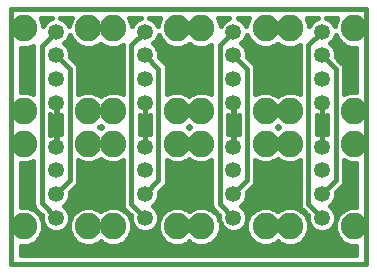
<source format=gbl>
G75*
%MOIN*%
%OFA0B0*%
%FSLAX24Y24*%
%IPPOS*%
%LPD*%
%AMOC8*
5,1,8,0,0,1.08239X$1,22.5*
%
%ADD10C,0.0160*%
%ADD11C,0.0531*%
%ADD12C,0.0886*%
D10*
X000180Y003432D02*
X011991Y003432D01*
X011991Y011936D01*
X000180Y011936D01*
X000180Y003432D01*
X000490Y003742D02*
X000490Y004049D01*
X000733Y004049D01*
X000969Y004147D01*
X001150Y004328D01*
X001248Y004564D01*
X001248Y004795D01*
X001281Y004716D01*
X001412Y004584D01*
X001583Y004514D01*
X001769Y004514D01*
X001940Y004584D01*
X002071Y004716D01*
X002104Y004795D01*
X002104Y004564D01*
X002202Y004328D01*
X002383Y004147D01*
X002619Y004049D01*
X002875Y004049D01*
X003111Y004147D01*
X003152Y004188D01*
X003194Y004147D01*
X003430Y004049D01*
X003686Y004049D01*
X003922Y004147D01*
X004103Y004328D01*
X004201Y004564D01*
X004201Y004795D01*
X004234Y004716D01*
X004365Y004584D01*
X004536Y004514D01*
X004721Y004514D01*
X004893Y004584D01*
X005024Y004716D01*
X005057Y004795D01*
X005057Y004564D01*
X005155Y004328D01*
X005336Y004147D01*
X005572Y004049D01*
X005828Y004049D01*
X006064Y004147D01*
X006105Y004188D01*
X006147Y004147D01*
X006383Y004049D01*
X006639Y004049D01*
X006875Y004147D01*
X007056Y004328D01*
X007154Y004564D01*
X007154Y004795D01*
X007187Y004716D01*
X007318Y004584D01*
X007489Y004514D01*
X007674Y004514D01*
X007845Y004584D01*
X007976Y004716D01*
X008010Y004795D01*
X008010Y004564D01*
X008107Y004328D01*
X008288Y004147D01*
X008525Y004049D01*
X008780Y004049D01*
X009017Y004147D01*
X009058Y004188D01*
X009099Y004147D01*
X009336Y004049D01*
X009591Y004049D01*
X009828Y004147D01*
X010008Y004328D01*
X010106Y004564D01*
X010106Y004795D01*
X010139Y004716D01*
X010271Y004584D01*
X010442Y004514D01*
X010627Y004514D01*
X010798Y004584D01*
X010929Y004716D01*
X010962Y004795D01*
X010962Y004564D01*
X011060Y004328D01*
X011241Y004147D01*
X011477Y004049D01*
X011681Y004049D01*
X011681Y003742D01*
X000490Y003742D01*
X000490Y003788D02*
X011681Y003788D01*
X011681Y003947D02*
X000490Y003947D01*
X000869Y004105D02*
X002483Y004105D01*
X002266Y004264D02*
X001086Y004264D01*
X001189Y004422D02*
X002163Y004422D01*
X002104Y004581D02*
X001931Y004581D01*
X002081Y004739D02*
X002104Y004739D01*
X002142Y004911D02*
X002142Y005072D01*
X002071Y005243D01*
X001941Y005373D01*
X002071Y005503D01*
X002142Y005674D01*
X002142Y005836D01*
X002366Y006061D01*
X002409Y006164D01*
X002409Y006892D01*
X002619Y006805D01*
X002875Y006805D01*
X003111Y006903D01*
X003152Y006944D01*
X003194Y006903D01*
X003430Y006805D01*
X003686Y006805D01*
X003896Y006892D01*
X003896Y005376D01*
X003939Y005273D01*
X004163Y005049D01*
X004163Y004911D01*
X004103Y005056D01*
X003922Y005237D01*
X003686Y005335D01*
X003430Y005335D01*
X003194Y005237D01*
X003152Y005196D01*
X003111Y005237D01*
X002875Y005335D01*
X002619Y005335D01*
X002383Y005237D01*
X002202Y005056D01*
X002142Y004911D01*
X002142Y005056D02*
X002202Y005056D01*
X002083Y005215D02*
X002361Y005215D01*
X002083Y005532D02*
X003896Y005532D01*
X003896Y005690D02*
X002142Y005690D01*
X002154Y005849D02*
X003896Y005849D01*
X003896Y006007D02*
X002313Y006007D01*
X002409Y006166D02*
X003896Y006166D01*
X003896Y006324D02*
X002409Y006324D01*
X002409Y006483D02*
X003896Y006483D01*
X003896Y006641D02*
X002409Y006641D01*
X002409Y006800D02*
X003896Y006800D01*
X004620Y007350D02*
X004620Y007787D01*
X004594Y007787D01*
X004524Y007776D01*
X004458Y007755D01*
X004456Y007754D01*
X004456Y008406D01*
X004458Y008405D01*
X004524Y008383D01*
X004594Y008372D01*
X004620Y008372D01*
X004620Y008809D01*
X004637Y008809D01*
X004637Y008372D01*
X004664Y008372D01*
X004733Y008383D01*
X004800Y008405D01*
X004802Y008406D01*
X004802Y007754D01*
X004800Y007755D01*
X004733Y007776D01*
X004664Y007787D01*
X004637Y007787D01*
X004637Y007350D01*
X004620Y007350D01*
X004629Y007342D02*
X004629Y008818D01*
X004620Y008702D02*
X004637Y008702D01*
X004620Y008543D02*
X004637Y008543D01*
X004620Y008385D02*
X004637Y008385D01*
X004739Y008385D02*
X004802Y008385D01*
X004802Y008226D02*
X004456Y008226D01*
X004456Y008068D02*
X004802Y008068D01*
X004802Y007909D02*
X004456Y007909D01*
X004620Y007751D02*
X004637Y007751D01*
X004620Y007592D02*
X004637Y007592D01*
X004620Y007434D02*
X004637Y007434D01*
X005362Y006892D02*
X005572Y006805D01*
X005828Y006805D01*
X006064Y006903D01*
X006105Y006944D01*
X006147Y006903D01*
X006383Y006805D01*
X006639Y006805D01*
X006849Y006892D01*
X006849Y005376D01*
X006891Y005273D01*
X006970Y005195D01*
X007116Y005049D01*
X007116Y004911D01*
X007056Y005056D01*
X006875Y005237D01*
X006639Y005335D01*
X006383Y005335D01*
X006147Y005237D01*
X006105Y005196D01*
X006064Y005237D01*
X005828Y005335D01*
X005572Y005335D01*
X005336Y005237D01*
X005155Y005056D01*
X005095Y004911D01*
X005095Y005072D01*
X005024Y005243D01*
X004894Y005373D01*
X005024Y005503D01*
X005095Y005674D01*
X005095Y005837D01*
X005240Y005982D01*
X005319Y006061D01*
X005362Y006164D01*
X005362Y006892D01*
X005362Y006800D02*
X006849Y006800D01*
X006849Y006641D02*
X005362Y006641D01*
X005362Y006483D02*
X006849Y006483D01*
X006849Y006324D02*
X005362Y006324D01*
X005362Y006166D02*
X006849Y006166D01*
X006849Y006007D02*
X005266Y006007D01*
X005107Y005849D02*
X006849Y005849D01*
X006849Y005690D02*
X005095Y005690D01*
X005036Y005532D02*
X006849Y005532D01*
X006850Y005373D02*
X004894Y005373D01*
X005035Y005215D02*
X005313Y005215D01*
X005155Y005056D02*
X005095Y005056D01*
X005057Y004739D02*
X005034Y004739D01*
X005057Y004581D02*
X004884Y004581D01*
X005115Y004422D02*
X004142Y004422D01*
X004201Y004581D02*
X004374Y004581D01*
X004224Y004739D02*
X004201Y004739D01*
X004156Y005056D02*
X004103Y005056D01*
X003997Y005215D02*
X003944Y005215D01*
X003897Y005373D02*
X001941Y005373D01*
X001676Y004979D02*
X001184Y005471D01*
X001184Y010688D01*
X001676Y011180D01*
X001248Y011364D02*
X001248Y011414D01*
X001160Y011626D01*
X001536Y011626D01*
X001412Y011575D01*
X001281Y011444D01*
X001248Y011364D01*
X001248Y011396D02*
X001262Y011396D01*
X001190Y011555D02*
X001392Y011555D01*
X001817Y011626D02*
X002192Y011626D01*
X002104Y011414D01*
X002104Y011364D01*
X002071Y011444D01*
X001940Y011575D01*
X001817Y011626D01*
X001960Y011555D02*
X002162Y011555D01*
X002104Y011396D02*
X002091Y011396D01*
X002138Y011077D02*
X002202Y010922D01*
X002383Y010741D01*
X002619Y010644D01*
X002875Y010644D01*
X003111Y010741D01*
X003152Y010783D01*
X003194Y010741D01*
X003430Y010644D01*
X003686Y010644D01*
X003896Y010731D01*
X003896Y009086D01*
X003686Y009173D01*
X003430Y009173D01*
X003194Y009076D01*
X003152Y009034D01*
X003111Y009076D01*
X002875Y009173D01*
X002619Y009173D01*
X002409Y009086D01*
X002409Y009996D01*
X002366Y010099D01*
X002287Y010177D01*
X002142Y010323D01*
X002142Y010485D01*
X002071Y010657D01*
X001941Y010786D01*
X002071Y010916D01*
X002138Y011077D01*
X002073Y010921D02*
X002203Y010921D01*
X002362Y010762D02*
X001965Y010762D01*
X002093Y010604D02*
X003896Y010604D01*
X003896Y010445D02*
X002142Y010445D01*
X002178Y010287D02*
X003896Y010287D01*
X003896Y010128D02*
X002336Y010128D01*
X002409Y009970D02*
X003896Y009970D01*
X003896Y009811D02*
X002409Y009811D01*
X002409Y009653D02*
X003896Y009653D01*
X003896Y009494D02*
X002409Y009494D01*
X002409Y009336D02*
X003896Y009336D01*
X003896Y009177D02*
X002409Y009177D01*
X001685Y008809D02*
X001685Y008372D01*
X001711Y008372D01*
X001780Y008383D01*
X001847Y008405D01*
X001849Y008406D01*
X001849Y007754D01*
X001847Y007755D01*
X001780Y007776D01*
X001711Y007787D01*
X001685Y007787D01*
X001685Y007350D01*
X001667Y007350D01*
X001667Y007787D01*
X001641Y007787D01*
X001572Y007776D01*
X001505Y007755D01*
X001464Y007734D01*
X001464Y008426D01*
X001505Y008405D01*
X001572Y008383D01*
X001641Y008372D01*
X001667Y008372D01*
X001667Y008809D01*
X001685Y008809D01*
X001676Y008818D02*
X001676Y007342D01*
X001667Y007434D02*
X001685Y007434D01*
X001685Y007592D02*
X001667Y007592D01*
X001667Y007751D02*
X001685Y007751D01*
X001498Y007751D02*
X001464Y007751D01*
X001464Y007909D02*
X001849Y007909D01*
X001849Y008068D02*
X001464Y008068D01*
X001464Y008226D02*
X001849Y008226D01*
X001849Y008385D02*
X001786Y008385D01*
X001685Y008385D02*
X001667Y008385D01*
X001566Y008385D02*
X001464Y008385D01*
X001667Y008543D02*
X001685Y008543D01*
X001685Y008702D02*
X001667Y008702D01*
X000904Y009103D02*
X000733Y009173D01*
X000490Y009173D01*
X000490Y010644D01*
X000733Y010644D01*
X000904Y010714D01*
X000904Y009103D01*
X000904Y009177D02*
X000490Y009177D01*
X000490Y009336D02*
X000904Y009336D01*
X000904Y009494D02*
X000490Y009494D01*
X000490Y009653D02*
X000904Y009653D01*
X000904Y009811D02*
X000490Y009811D01*
X000490Y009970D02*
X000904Y009970D01*
X000904Y010128D02*
X000490Y010128D01*
X000490Y010287D02*
X000904Y010287D01*
X000904Y010445D02*
X000490Y010445D01*
X000490Y010604D02*
X000904Y010604D01*
X001676Y010393D02*
X002129Y009940D01*
X002129Y006219D01*
X001676Y005767D01*
X001044Y005215D02*
X000991Y005215D01*
X000969Y005237D02*
X000733Y005335D01*
X000490Y005335D01*
X000490Y006805D01*
X000733Y006805D01*
X000904Y006876D01*
X000904Y005416D01*
X000947Y005313D01*
X001210Y005049D01*
X001210Y004911D01*
X001150Y005056D01*
X000969Y005237D01*
X000921Y005373D02*
X000490Y005373D01*
X000490Y005532D02*
X000904Y005532D01*
X000904Y005690D02*
X000490Y005690D01*
X000490Y005849D02*
X000904Y005849D01*
X000904Y006007D02*
X000490Y006007D01*
X000490Y006166D02*
X000904Y006166D01*
X000904Y006324D02*
X000490Y006324D01*
X000490Y006483D02*
X000904Y006483D01*
X000904Y006641D02*
X000490Y006641D01*
X000490Y006800D02*
X000904Y006800D01*
X001150Y005056D02*
X001203Y005056D01*
X001248Y004739D02*
X001271Y004739D01*
X001248Y004581D02*
X001421Y004581D01*
X003011Y004105D02*
X003294Y004105D01*
X003822Y004105D02*
X005436Y004105D01*
X005218Y004264D02*
X004039Y004264D01*
X004629Y004979D02*
X004176Y005432D01*
X004176Y010727D01*
X004629Y011180D01*
X005057Y011364D02*
X005024Y011444D01*
X004893Y011575D01*
X004769Y011626D01*
X005144Y011626D01*
X005057Y011414D01*
X005057Y011364D01*
X005057Y011396D02*
X005043Y011396D01*
X005115Y011555D02*
X004913Y011555D01*
X004488Y011626D02*
X004113Y011626D01*
X004201Y011414D01*
X004201Y011364D01*
X004234Y011444D01*
X004365Y011575D01*
X004488Y011626D01*
X004345Y011555D02*
X004143Y011555D01*
X004201Y011396D02*
X004214Y011396D01*
X004894Y010786D02*
X005024Y010916D01*
X005090Y011077D01*
X005155Y010922D01*
X005336Y010741D01*
X005572Y010644D01*
X005828Y010644D01*
X006064Y010741D01*
X006105Y010783D01*
X006147Y010741D01*
X006383Y010644D01*
X006639Y010644D01*
X006849Y010731D01*
X006849Y009086D01*
X006639Y009173D01*
X006383Y009173D01*
X006147Y009076D01*
X006105Y009034D01*
X006064Y009076D01*
X005828Y009173D01*
X005572Y009173D01*
X005362Y009086D01*
X005362Y009996D01*
X005319Y010099D01*
X005095Y010323D01*
X005095Y010485D01*
X005024Y010657D01*
X004894Y010786D01*
X004918Y010762D02*
X005314Y010762D01*
X005156Y010921D02*
X005026Y010921D01*
X005045Y010604D02*
X006849Y010604D01*
X006849Y010445D02*
X005095Y010445D01*
X005131Y010287D02*
X006849Y010287D01*
X006849Y010128D02*
X005289Y010128D01*
X005362Y009970D02*
X006849Y009970D01*
X006849Y009811D02*
X005362Y009811D01*
X005362Y009653D02*
X006849Y009653D01*
X006849Y009494D02*
X005362Y009494D01*
X005362Y009336D02*
X006849Y009336D01*
X006849Y009177D02*
X005362Y009177D01*
X005082Y009940D02*
X004629Y010393D01*
X005082Y009940D02*
X005082Y006219D01*
X004629Y005767D01*
X006086Y005215D02*
X006125Y005215D01*
X006897Y005215D02*
X006950Y005215D01*
X007129Y005432D02*
X007129Y010727D01*
X007582Y011180D01*
X008010Y011364D02*
X007976Y011444D01*
X007845Y011575D01*
X007722Y011626D01*
X008097Y011626D01*
X008010Y011414D01*
X008010Y011364D01*
X008010Y011396D02*
X007996Y011396D01*
X008068Y011555D02*
X007865Y011555D01*
X007441Y011626D02*
X007066Y011626D01*
X007154Y011414D01*
X007154Y011364D01*
X007187Y011444D01*
X007318Y011575D01*
X007441Y011626D01*
X007298Y011555D02*
X007095Y011555D01*
X007154Y011396D02*
X007167Y011396D01*
X007847Y010786D02*
X007976Y010916D01*
X008043Y011077D01*
X008107Y010922D01*
X008288Y010741D01*
X008525Y010644D01*
X008780Y010644D01*
X009017Y010741D01*
X009058Y010783D01*
X009099Y010741D01*
X009336Y010644D01*
X009591Y010644D01*
X009802Y010731D01*
X009802Y009086D01*
X009591Y009173D01*
X009336Y009173D01*
X009099Y009076D01*
X009058Y009034D01*
X009017Y009076D01*
X008780Y009173D01*
X008525Y009173D01*
X008314Y009086D01*
X008314Y009996D01*
X008272Y010099D01*
X008193Y010177D01*
X008047Y010323D01*
X008047Y010485D01*
X007976Y010657D01*
X007847Y010786D01*
X007870Y010762D02*
X008267Y010762D01*
X008109Y010921D02*
X007978Y010921D01*
X007998Y010604D02*
X009802Y010604D01*
X009802Y010445D02*
X008047Y010445D01*
X008083Y010287D02*
X009802Y010287D01*
X009802Y010128D02*
X008242Y010128D01*
X008314Y009970D02*
X009802Y009970D01*
X009802Y009811D02*
X008314Y009811D01*
X008314Y009653D02*
X009802Y009653D01*
X009802Y009494D02*
X008314Y009494D01*
X008314Y009336D02*
X009802Y009336D01*
X009802Y009177D02*
X008314Y009177D01*
X007590Y008809D02*
X007590Y008372D01*
X007617Y008372D01*
X007686Y008383D01*
X007753Y008405D01*
X007754Y008406D01*
X007754Y007754D01*
X007753Y007755D01*
X007686Y007776D01*
X007617Y007787D01*
X007590Y007787D01*
X007590Y007350D01*
X007573Y007350D01*
X007573Y007787D01*
X007546Y007787D01*
X007477Y007776D01*
X007410Y007755D01*
X007409Y007754D01*
X007409Y008406D01*
X007410Y008405D01*
X007477Y008383D01*
X007546Y008372D01*
X007573Y008372D01*
X007573Y008809D01*
X007590Y008809D01*
X007582Y008818D02*
X007582Y007342D01*
X007573Y007434D02*
X007590Y007434D01*
X007573Y007592D02*
X007590Y007592D01*
X007573Y007751D02*
X007590Y007751D01*
X007754Y007909D02*
X007409Y007909D01*
X007409Y008068D02*
X007754Y008068D01*
X007754Y008226D02*
X007409Y008226D01*
X007409Y008385D02*
X007472Y008385D01*
X007573Y008385D02*
X007590Y008385D01*
X007692Y008385D02*
X007754Y008385D01*
X007590Y008543D02*
X007573Y008543D01*
X007573Y008702D02*
X007590Y008702D01*
X008034Y009940D02*
X008034Y006219D01*
X007582Y005767D01*
X007988Y005532D02*
X009802Y005532D01*
X009802Y005376D02*
X009844Y005273D01*
X009923Y005195D01*
X010069Y005049D01*
X010069Y004911D01*
X010008Y005056D01*
X010061Y005056D01*
X010008Y005056D02*
X009828Y005237D01*
X009591Y005335D01*
X009336Y005335D01*
X009099Y005237D01*
X009058Y005196D01*
X009017Y005237D01*
X008780Y005335D01*
X008525Y005335D01*
X008288Y005237D01*
X008107Y005056D01*
X008047Y004911D01*
X008047Y005072D01*
X007976Y005243D01*
X007847Y005373D01*
X009803Y005373D01*
X009802Y005376D02*
X009802Y006892D01*
X009591Y006805D01*
X009336Y006805D01*
X009099Y006903D01*
X009058Y006944D01*
X009017Y006903D01*
X008780Y006805D01*
X008525Y006805D01*
X008314Y006892D01*
X008314Y006164D01*
X008272Y006061D01*
X008047Y005836D01*
X008047Y005674D01*
X007976Y005503D01*
X007847Y005373D01*
X007988Y005215D02*
X008266Y005215D01*
X008108Y005056D02*
X008047Y005056D01*
X008010Y004739D02*
X007986Y004739D01*
X008010Y004581D02*
X007837Y004581D01*
X008068Y004422D02*
X007095Y004422D01*
X007154Y004581D02*
X007326Y004581D01*
X007177Y004739D02*
X007154Y004739D01*
X007108Y005056D02*
X007055Y005056D01*
X007129Y005432D02*
X007582Y004979D01*
X008047Y005690D02*
X009802Y005690D01*
X009802Y005849D02*
X008060Y005849D01*
X008218Y006007D02*
X009802Y006007D01*
X009802Y006166D02*
X008314Y006166D01*
X008314Y006324D02*
X009802Y006324D01*
X009802Y006483D02*
X008314Y006483D01*
X008314Y006641D02*
X009802Y006641D01*
X009802Y006800D02*
X008314Y006800D01*
X009058Y007952D02*
X009020Y007989D01*
X009058Y008027D01*
X009096Y007989D01*
X009058Y007952D01*
X010362Y007909D02*
X010707Y007909D01*
X010639Y007776D02*
X010569Y007787D01*
X010543Y007787D01*
X010543Y007350D01*
X010526Y007350D01*
X010526Y007787D01*
X010499Y007787D01*
X010430Y007776D01*
X010363Y007755D01*
X010362Y007754D01*
X010362Y008406D01*
X010363Y008405D01*
X010430Y008383D01*
X010499Y008372D01*
X010526Y008372D01*
X010526Y008809D01*
X010543Y008809D01*
X010543Y008372D01*
X010569Y008372D01*
X010639Y008383D01*
X010705Y008405D01*
X010707Y008406D01*
X010707Y007754D01*
X010705Y007755D01*
X010639Y007776D01*
X010543Y007751D02*
X010526Y007751D01*
X010526Y007592D02*
X010543Y007592D01*
X010526Y007434D02*
X010543Y007434D01*
X010534Y007342D02*
X010534Y008818D01*
X010526Y008702D02*
X010543Y008702D01*
X010526Y008543D02*
X010543Y008543D01*
X010526Y008385D02*
X010543Y008385D01*
X010644Y008385D02*
X010707Y008385D01*
X010707Y008226D02*
X010362Y008226D01*
X010362Y008068D02*
X010707Y008068D01*
X010424Y008385D02*
X010362Y008385D01*
X011267Y009086D02*
X011267Y009996D01*
X011224Y010099D01*
X011146Y010177D01*
X011000Y010323D01*
X011000Y010485D01*
X010929Y010657D01*
X010799Y010786D01*
X010929Y010916D01*
X010996Y011077D01*
X011060Y010922D01*
X011241Y010741D01*
X011477Y010644D01*
X011681Y010644D01*
X011681Y009173D01*
X011477Y009173D01*
X011267Y009086D01*
X011267Y009177D02*
X011681Y009177D01*
X011681Y009336D02*
X011267Y009336D01*
X011267Y009494D02*
X011681Y009494D01*
X011681Y009653D02*
X011267Y009653D01*
X011267Y009811D02*
X011681Y009811D01*
X011681Y009970D02*
X011267Y009970D01*
X011195Y010128D02*
X011681Y010128D01*
X011681Y010287D02*
X011036Y010287D01*
X011000Y010445D02*
X011681Y010445D01*
X011681Y010604D02*
X010951Y010604D01*
X010823Y010762D02*
X011220Y010762D01*
X011061Y010921D02*
X010931Y010921D01*
X010962Y011364D02*
X010929Y011444D01*
X010798Y011575D01*
X010675Y011626D01*
X011050Y011626D01*
X010962Y011414D01*
X010962Y011364D01*
X010962Y011396D02*
X010949Y011396D01*
X011021Y011555D02*
X010818Y011555D01*
X010394Y011626D02*
X010019Y011626D01*
X010106Y011414D01*
X010106Y011364D01*
X010139Y011444D01*
X010271Y011575D01*
X010394Y011626D01*
X010251Y011555D02*
X010048Y011555D01*
X010106Y011396D02*
X010120Y011396D01*
X010534Y011180D02*
X010082Y010727D01*
X010082Y005432D01*
X010534Y004979D01*
X010130Y004739D02*
X010106Y004739D01*
X010106Y004581D02*
X010279Y004581D01*
X010048Y004422D02*
X011021Y004422D01*
X010962Y004581D02*
X010790Y004581D01*
X010939Y004739D02*
X010962Y004739D01*
X011000Y004911D02*
X011000Y005072D01*
X010929Y005243D01*
X010799Y005373D01*
X010929Y005503D01*
X011000Y005674D01*
X011000Y005836D01*
X011224Y006061D01*
X011267Y006164D01*
X011267Y006892D01*
X011477Y006805D01*
X011681Y006805D01*
X011681Y005335D01*
X011477Y005335D01*
X011241Y005237D01*
X011060Y005056D01*
X011000Y004911D01*
X011000Y005056D02*
X011061Y005056D01*
X010941Y005215D02*
X011219Y005215D01*
X010941Y005532D02*
X011681Y005532D01*
X011681Y005690D02*
X011000Y005690D01*
X011013Y005849D02*
X011681Y005849D01*
X011681Y006007D02*
X011171Y006007D01*
X011267Y006166D02*
X011681Y006166D01*
X011681Y006324D02*
X011267Y006324D01*
X011267Y006483D02*
X011681Y006483D01*
X011681Y006641D02*
X011267Y006641D01*
X011267Y006800D02*
X011681Y006800D01*
X010987Y006219D02*
X010534Y005767D01*
X010800Y005373D02*
X011681Y005373D01*
X010987Y006219D02*
X010987Y009940D01*
X010534Y010393D01*
X009078Y010762D02*
X009038Y010762D01*
X008034Y009940D02*
X007582Y010393D01*
X006125Y010762D02*
X006085Y010762D01*
X004519Y008385D02*
X004456Y008385D01*
X003190Y007989D02*
X003152Y007952D01*
X003115Y007989D01*
X003152Y008027D01*
X003190Y007989D01*
X003133Y005215D02*
X003172Y005215D01*
X005964Y004105D02*
X006247Y004105D01*
X006775Y004105D02*
X008388Y004105D01*
X008171Y004264D02*
X006992Y004264D01*
X008917Y004105D02*
X009199Y004105D01*
X009728Y004105D02*
X011341Y004105D01*
X011124Y004264D02*
X009945Y004264D01*
X009903Y005215D02*
X009850Y005215D01*
X009077Y005215D02*
X009039Y005215D01*
X006143Y007989D02*
X006105Y007952D01*
X006068Y007989D01*
X006105Y008027D01*
X006143Y007989D01*
X003173Y010762D02*
X003132Y010762D01*
D11*
X001676Y010393D03*
X001676Y009605D03*
X001676Y008818D03*
X001676Y007342D03*
X001676Y006554D03*
X001676Y005767D03*
X001676Y004979D03*
X004629Y004979D03*
X004629Y005767D03*
X004629Y006554D03*
X004629Y007342D03*
X004629Y008818D03*
X004629Y009605D03*
X004629Y010393D03*
X004629Y011180D03*
X007582Y011180D03*
X007582Y010393D03*
X007582Y009605D03*
X007582Y008818D03*
X007582Y007342D03*
X007582Y006554D03*
X007582Y005767D03*
X007582Y004979D03*
X010534Y004979D03*
X010534Y005767D03*
X010534Y006554D03*
X010534Y007342D03*
X010534Y008818D03*
X010534Y009605D03*
X010534Y010393D03*
X010534Y011180D03*
X001676Y011180D03*
D12*
X000605Y011286D03*
X002747Y011286D03*
X003558Y011286D03*
X005700Y011286D03*
X006511Y011286D03*
X008652Y011286D03*
X009463Y011286D03*
X011605Y011286D03*
X011605Y008531D03*
X011605Y007448D03*
X009463Y007448D03*
X008652Y007448D03*
X008652Y008531D03*
X009463Y008531D03*
X006511Y008531D03*
X005700Y008531D03*
X005700Y007448D03*
X006511Y007448D03*
X006511Y004692D03*
X005700Y004692D03*
X003558Y004692D03*
X002747Y004692D03*
X000605Y004692D03*
X000605Y007448D03*
X000605Y008531D03*
X002747Y008531D03*
X003558Y008531D03*
X003558Y007448D03*
X002747Y007448D03*
X008652Y004692D03*
X009463Y004692D03*
X011605Y004692D03*
M02*

</source>
